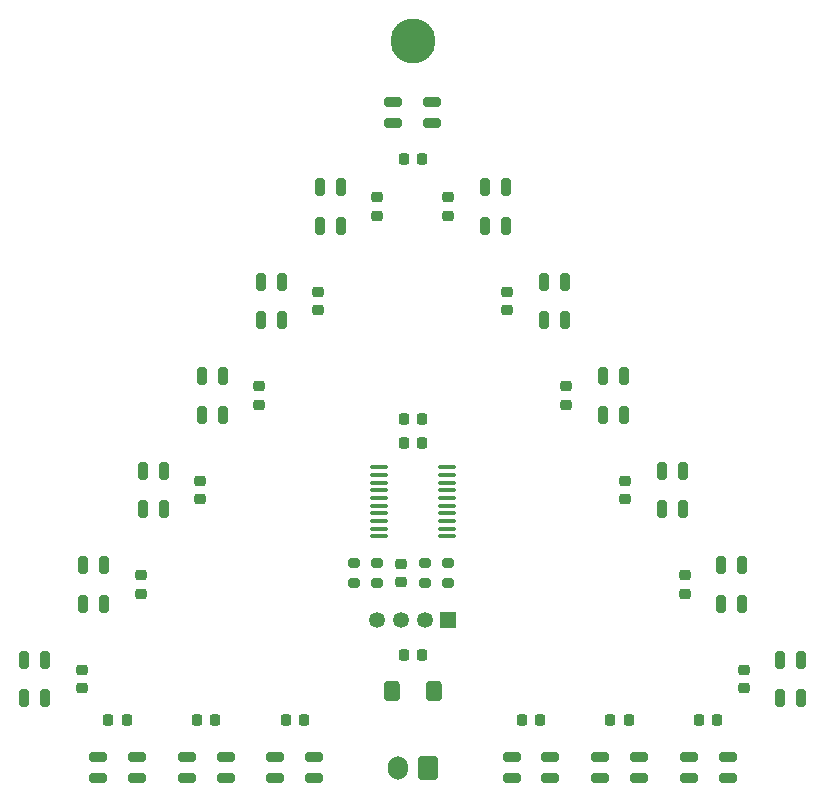
<source format=gts>
%TF.GenerationSoftware,KiCad,Pcbnew,9.0.5*%
%TF.CreationDate,2025-11-17T06:01:47+03:00*%
%TF.ProjectId,CHRISTMAS_RISC_V,43485249-5354-44d4-9153-5f524953435f,rev?*%
%TF.SameCoordinates,Original*%
%TF.FileFunction,Soldermask,Top*%
%TF.FilePolarity,Negative*%
%FSLAX46Y46*%
G04 Gerber Fmt 4.6, Leading zero omitted, Abs format (unit mm)*
G04 Created by KiCad (PCBNEW 9.0.5) date 2025-11-17 06:01:47*
%MOMM*%
%LPD*%
G01*
G04 APERTURE LIST*
G04 Aperture macros list*
%AMRoundRect*
0 Rectangle with rounded corners*
0 $1 Rounding radius*
0 $2 $3 $4 $5 $6 $7 $8 $9 X,Y pos of 4 corners*
0 Add a 4 corners polygon primitive as box body*
4,1,4,$2,$3,$4,$5,$6,$7,$8,$9,$2,$3,0*
0 Add four circle primitives for the rounded corners*
1,1,$1+$1,$2,$3*
1,1,$1+$1,$4,$5*
1,1,$1+$1,$6,$7*
1,1,$1+$1,$8,$9*
0 Add four rect primitives between the rounded corners*
20,1,$1+$1,$2,$3,$4,$5,0*
20,1,$1+$1,$4,$5,$6,$7,0*
20,1,$1+$1,$6,$7,$8,$9,0*
20,1,$1+$1,$8,$9,$2,$3,0*%
G04 Aperture macros list end*
%ADD10C,3.800000*%
%ADD11RoundRect,0.200000X-0.200000X0.550000X-0.200000X-0.550000X0.200000X-0.550000X0.200000X0.550000X0*%
%ADD12RoundRect,0.225000X-0.225000X-0.250000X0.225000X-0.250000X0.225000X0.250000X-0.225000X0.250000X0*%
%ADD13RoundRect,0.200000X-0.550000X-0.200000X0.550000X-0.200000X0.550000X0.200000X-0.550000X0.200000X0*%
%ADD14R,1.350000X1.350000*%
%ADD15C,1.350000*%
%ADD16RoundRect,0.250000X0.600000X0.750000X-0.600000X0.750000X-0.600000X-0.750000X0.600000X-0.750000X0*%
%ADD17O,1.700000X2.000000*%
%ADD18RoundRect,0.200000X0.200000X-0.550000X0.200000X0.550000X-0.200000X0.550000X-0.200000X-0.550000X0*%
%ADD19RoundRect,0.200000X0.550000X0.200000X-0.550000X0.200000X-0.550000X-0.200000X0.550000X-0.200000X0*%
%ADD20RoundRect,0.250000X0.400000X0.600000X-0.400000X0.600000X-0.400000X-0.600000X0.400000X-0.600000X0*%
%ADD21RoundRect,0.200000X-0.275000X0.200000X-0.275000X-0.200000X0.275000X-0.200000X0.275000X0.200000X0*%
%ADD22RoundRect,0.200000X0.275000X-0.200000X0.275000X0.200000X-0.275000X0.200000X-0.275000X-0.200000X0*%
%ADD23RoundRect,0.100000X0.637500X0.100000X-0.637500X0.100000X-0.637500X-0.100000X0.637500X-0.100000X0*%
%ADD24RoundRect,0.225000X0.250000X-0.225000X0.250000X0.225000X-0.250000X0.225000X-0.250000X-0.225000X0*%
%ADD25RoundRect,0.225000X0.225000X0.250000X-0.225000X0.250000X-0.225000X-0.250000X0.225000X-0.250000X0*%
%ADD26RoundRect,0.225000X-0.250000X0.225000X-0.250000X-0.225000X0.250000X-0.225000X0.250000X0.225000X0*%
G04 APERTURE END LIST*
D10*
%TO.C,HOLE1*%
X150000000Y-81000000D03*
%TD*%
D11*
%TO.C,VD5*%
X118890000Y-136640000D03*
X117110000Y-136640000D03*
X117110000Y-133360000D03*
X118890000Y-133360000D03*
%TD*%
D12*
%TO.C,C23*%
X149225000Y-113000000D03*
X150775000Y-113000000D03*
%TD*%
D13*
%TO.C,VD20*%
X158360000Y-141610000D03*
X158360000Y-143390000D03*
X161640000Y-143390000D03*
X161640000Y-141610000D03*
%TD*%
D12*
%TO.C,C22*%
X159225000Y-138500000D03*
X160775000Y-138500000D03*
%TD*%
D14*
%TO.C,XP2*%
X153000000Y-130000000D03*
D15*
X151000000Y-130000000D03*
X149000000Y-130000000D03*
X147000000Y-130000000D03*
%TD*%
D16*
%TO.C,XP1*%
X151250000Y-142525000D03*
D17*
X148750000Y-142525000D03*
%TD*%
D13*
%TO.C,VD19*%
X165860000Y-141610000D03*
X165860000Y-143390000D03*
X169140000Y-143390000D03*
X169140000Y-141610000D03*
%TD*%
%TO.C,VD18*%
X173360000Y-141610000D03*
X173360000Y-143390000D03*
X176640000Y-143390000D03*
X176640000Y-141610000D03*
%TD*%
D18*
%TO.C,VD17*%
X181110000Y-136640000D03*
X182890000Y-136640000D03*
X182890000Y-133360000D03*
X181110000Y-133360000D03*
%TD*%
%TO.C,VD16*%
X176110000Y-128640000D03*
X177890000Y-128640000D03*
X177890000Y-125360000D03*
X176110000Y-125360000D03*
%TD*%
%TO.C,VD15*%
X171110000Y-120640000D03*
X172890000Y-120640000D03*
X172890000Y-117360000D03*
X171110000Y-117360000D03*
%TD*%
%TO.C,VD14*%
X166110000Y-112640000D03*
X167890000Y-112640000D03*
X167890000Y-109360000D03*
X166110000Y-109360000D03*
%TD*%
%TO.C,VD13*%
X161110000Y-104640000D03*
X162890000Y-104640000D03*
X162890000Y-101360000D03*
X161110000Y-101360000D03*
%TD*%
%TO.C,VD12*%
X156110000Y-96640000D03*
X157890000Y-96640000D03*
X157890000Y-93360000D03*
X156110000Y-93360000D03*
%TD*%
D19*
%TO.C,VD11*%
X151640000Y-87890000D03*
X151640000Y-86110000D03*
X148360000Y-86110000D03*
X148360000Y-87890000D03*
%TD*%
D11*
%TO.C,VD10*%
X143890000Y-93360000D03*
X142110000Y-93360000D03*
X142110000Y-96640000D03*
X143890000Y-96640000D03*
%TD*%
%TO.C,VD9*%
X138890000Y-101360000D03*
X137110000Y-101360000D03*
X137110000Y-104640000D03*
X138890000Y-104640000D03*
%TD*%
%TO.C,VD8*%
X133890000Y-109360000D03*
X132110000Y-109360000D03*
X132110000Y-112640000D03*
X133890000Y-112640000D03*
%TD*%
%TO.C,VD7*%
X128890000Y-117360000D03*
X127110000Y-117360000D03*
X127110000Y-120640000D03*
X128890000Y-120640000D03*
%TD*%
%TO.C,VD6*%
X123890000Y-125360000D03*
X122110000Y-125360000D03*
X122110000Y-128640000D03*
X123890000Y-128640000D03*
%TD*%
D13*
%TO.C,VD4*%
X123360000Y-141610000D03*
X123360000Y-143390000D03*
X126640000Y-143390000D03*
X126640000Y-141610000D03*
%TD*%
%TO.C,VD3*%
X130860000Y-141610000D03*
X130860000Y-143390000D03*
X134140000Y-143390000D03*
X134140000Y-141610000D03*
%TD*%
%TO.C,VD2*%
X138360000Y-141610000D03*
X138360000Y-143390000D03*
X141640000Y-143390000D03*
X141640000Y-141610000D03*
%TD*%
D20*
%TO.C,VD1*%
X151750000Y-136000000D03*
X148250000Y-136000000D03*
%TD*%
D21*
%TO.C,R4*%
X145000000Y-125175000D03*
X145000000Y-126825000D03*
%TD*%
%TO.C,R3*%
X147000000Y-125175000D03*
X147000000Y-126825000D03*
%TD*%
%TO.C,R2*%
X153000000Y-125175000D03*
X153000000Y-126825000D03*
%TD*%
D22*
%TO.C,R1*%
X151000000Y-126825000D03*
X151000000Y-125175000D03*
%TD*%
D23*
%TO.C,DD1*%
X152862500Y-122925000D03*
X152862500Y-122275000D03*
X152862500Y-121625000D03*
X152862500Y-120975000D03*
X152862500Y-120325000D03*
X152862500Y-119675000D03*
X152862500Y-119025000D03*
X152862500Y-118375000D03*
X152862500Y-117725000D03*
X152862500Y-117075000D03*
X147137500Y-117075000D03*
X147137500Y-117725000D03*
X147137500Y-118375000D03*
X147137500Y-119025000D03*
X147137500Y-119675000D03*
X147137500Y-120325000D03*
X147137500Y-120975000D03*
X147137500Y-121625000D03*
X147137500Y-122275000D03*
X147137500Y-122925000D03*
%TD*%
D12*
%TO.C,C21*%
X166725000Y-138500000D03*
X168275000Y-138500000D03*
%TD*%
%TO.C,C20*%
X174225000Y-138500000D03*
X175775000Y-138500000D03*
%TD*%
D24*
%TO.C,C19*%
X178000000Y-135775000D03*
X178000000Y-134225000D03*
%TD*%
%TO.C,C18*%
X173000000Y-127775000D03*
X173000000Y-126225000D03*
%TD*%
%TO.C,C17*%
X168000000Y-119775000D03*
X168000000Y-118225000D03*
%TD*%
%TO.C,C16*%
X163000000Y-111775000D03*
X163000000Y-110225000D03*
%TD*%
%TO.C,C15*%
X158000000Y-103775000D03*
X158000000Y-102225000D03*
%TD*%
%TO.C,C14*%
X153000000Y-95775000D03*
X153000000Y-94225000D03*
%TD*%
D25*
%TO.C,C13*%
X150775000Y-91000000D03*
X149225000Y-91000000D03*
%TD*%
D26*
%TO.C,C12*%
X147000000Y-94225000D03*
X147000000Y-95775000D03*
%TD*%
%TO.C,C11*%
X142000000Y-102225000D03*
X142000000Y-103775000D03*
%TD*%
%TO.C,C10*%
X137000000Y-110225000D03*
X137000000Y-111775000D03*
%TD*%
%TO.C,C9*%
X132000000Y-118225000D03*
X132000000Y-119775000D03*
%TD*%
%TO.C,C8*%
X127000000Y-126225000D03*
X127000000Y-127775000D03*
%TD*%
%TO.C,C7*%
X122000000Y-134225000D03*
X122000000Y-135775000D03*
%TD*%
D12*
%TO.C,C6*%
X124225000Y-138500000D03*
X125775000Y-138500000D03*
%TD*%
%TO.C,C5*%
X131725000Y-138500000D03*
X133275000Y-138500000D03*
%TD*%
%TO.C,C4*%
X139225000Y-138500000D03*
X140775000Y-138500000D03*
%TD*%
D24*
%TO.C,C3*%
X149000000Y-126775000D03*
X149000000Y-125225000D03*
%TD*%
D12*
%TO.C,C2*%
X149225000Y-115000000D03*
X150775000Y-115000000D03*
%TD*%
%TO.C,C1*%
X149225000Y-133000000D03*
X150775000Y-133000000D03*
%TD*%
M02*

</source>
